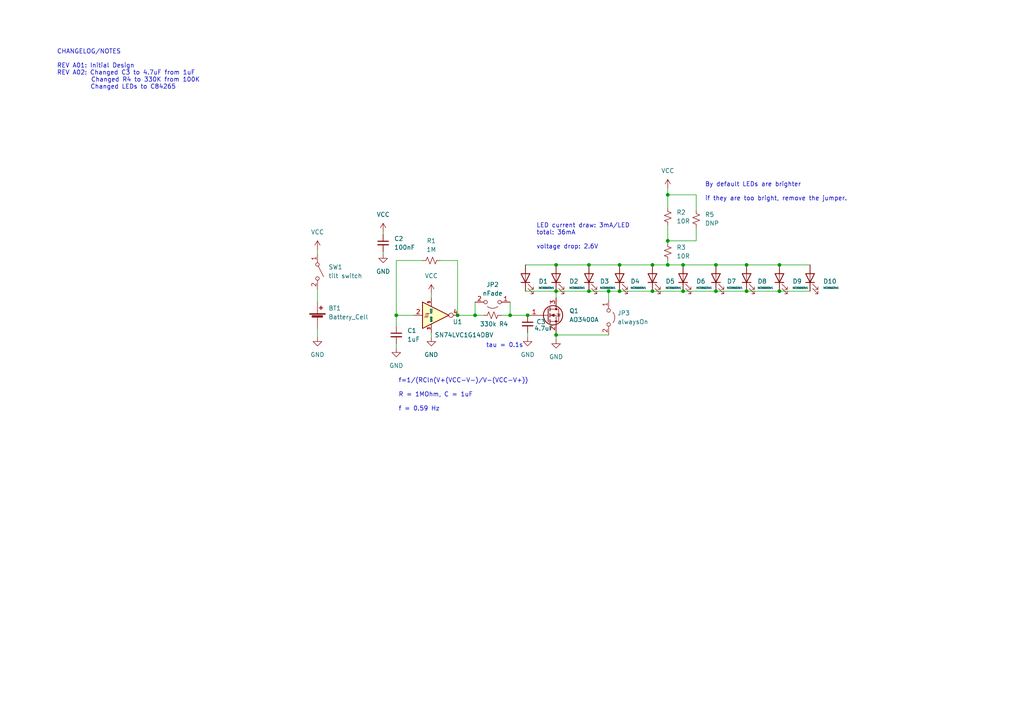
<source format=kicad_sch>
(kicad_sch (version 20211123) (generator eeschema)
  (paper "A4")
  (title_block (title "Main") (rev "A02"))
  (lib_symbols
    (symbol "74xGxx:SN74LVC1G14DBV"
      (property "Reference" "U" (at -2.54 5.08 0))
      (property "Value" "SN74LVC1G14DBV" (at 10.16 5.08 0))
      (symbol "SN74LVC1G14DBV_0_1"
        (polyline (pts (xy -1.016 0.508) (xy -0.508 0.508)))
        (polyline (pts (xy -2.54 3.81) (xy -2.54 -3.81) (xy 5.08 0) (xy -2.54 3.81)) (stroke (width 0.254)) (fill (type background)))
        (polyline (pts (xy -1.524 -0.508) (xy -1.524 0.508) (xy -1.016 0.508) (xy -1.016 -0.508) (xy -2.032 -0.508)))
        (circle (center 5.715 0) (radius 0.635))
      )
      (symbol "SN74LVC1G14DBV_1_1"
        (pin no_connect line (at 5.08 0 180) (length 2.54) hide (name "NC") (number "1"))
        (pin input line (at -5.08 0 0) (length 2.54) (name "~") (number "2"))
        (pin power_in line (at 0 -5.08 90) (length 2.54) (name "GND") (number "3"))
        (pin output line (at 7.62 0 180) (length 1.27) (name "~") (number "4"))
        (pin power_in line (at 0 5.08 270) (length 2.54) (name "VCC") (number "5"))
      )
    )
    (symbol "Device:Battery_Cell" (pin_numbers hide) (pin_names (offset 0) hide)
      (property "Reference" "BT" (at 2.54 2.54 0))
      (property "Value" "Battery_Cell" (at 2.54 0 0))
      (symbol "Battery_Cell_0_1"
        (rectangle (start -2.286 1.778) (end 2.286 1.524) (fill (type outline)))
        (rectangle (start -1.5748 1.1938) (end 1.4732 0.6858) (fill (type outline)))
        (polyline (pts (xy 0 0.762) (xy 0 0)))
        (polyline (pts (xy 0 1.778) (xy 0 2.54)))
        (polyline (pts (xy 0.508 3.429) (xy 1.524 3.429)) (stroke (width 0.254)))
        (polyline (pts (xy 1.016 3.937) (xy 1.016 2.921)) (stroke (width 0.254)))
      )
      (symbol "Battery_Cell_1_1"
        (pin passive line (at 0 5.08 270) (length 2.54) (name "+") (number "1"))
        (pin passive line (at 0 -2.54 90) (length 2.54) (name "-") (number "2"))
      )
    )
    (symbol "Device:C_Small" (pin_numbers hide) (pin_names (offset 0.254) hide)
      (property "Reference" "C" (at 0.254 1.778 0))
      (property "Value" "C_Small" (at 0.254 -2.032 0))
      (symbol "C_Small_0_1"
        (polyline (pts (xy -1.524 -0.508) (xy 1.524 -0.508)) (stroke (width 0.3302)))
        (polyline (pts (xy -1.524 0.508) (xy 1.524 0.508)) (stroke (width 0.3048)))
      )
      (symbol "C_Small_1_1"
        (pin passive line (at 0 2.54 270) (length 2.032) (name "~") (number "1"))
        (pin passive line (at 0 -2.54 90) (length 2.032) (name "~") (number "2"))
      )
    )
    (symbol "Device:LED" (pin_numbers hide) (pin_names (offset 1.016) hide)
      (property "Reference" "D" (at 0 2.54 0))
      (property "Value" "LED" (at 0 -2.54 0))
      (symbol "LED_0_1"
        (polyline (pts (xy -1.27 -1.27) (xy -1.27 1.27)) (stroke (width 0.254)))
        (polyline (pts (xy -1.27 0) (xy 1.27 0)))
        (polyline (pts (xy 1.27 -1.27) (xy 1.27 1.27) (xy -1.27 0) (xy 1.27 -1.27)) (stroke (width 0.254)))
        (polyline (pts (xy -3.048 -0.762) (xy -4.572 -2.286) (xy -3.81 -2.286) (xy -4.572 -2.286) (xy -4.572 -1.524)))
        (polyline (pts (xy -1.778 -0.762) (xy -3.302 -2.286) (xy -2.54 -2.286) (xy -3.302 -2.286) (xy -3.302 -1.524)))
      )
      (symbol "LED_1_1"
        (pin passive line (at -3.81 0 0) (length 2.54) (name "K") (number "1"))
        (pin passive line (at 3.81 0 180) (length 2.54) (name "A") (number "2"))
      )
    )
    (symbol "Device:R_Small_US" (pin_numbers hide) (pin_names (offset 0.254) hide)
      (property "Reference" "R" (at 0.762 0.508 0))
      (property "Value" "R_Small_US" (at 0.762 -1.016 0))
      (symbol "R_Small_US_1_1"
        (polyline (pts (xy 0 0) (xy 1.016 -0.381) (xy 0 -0.762) (xy -1.016 -1.143) (xy 0 -1.524)))
        (polyline (pts (xy 0 1.524) (xy 1.016 1.143) (xy 0 0.762) (xy -1.016 0.381) (xy 0 0)))
        (pin passive line (at 0 2.54 270) (length 1.016) (name "~") (number "1"))
        (pin passive line (at 0 -2.54 90) (length 1.016) (name "~") (number "2"))
      )
    )
    (symbol "Jumper:Jumper_2_Open" (pin_names (offset 0) hide)
      (property "Reference" "JP" (at 0 2.794 0))
      (property "Value" "Jumper_2_Open" (at 0 -2.286 0))
      (symbol "Jumper_2_Open_0_0"
        (circle (center -2.032 0) (radius 0.508))
        (circle (center 2.032 0) (radius 0.508))
      )
      (symbol "Jumper_2_Open_0_1"
        (arc (start 1.524 1.27) (mid 0 1.778) (end -1.524 1.27))
      )
      (symbol "Jumper_2_Open_1_1"
        (pin passive line (at -5.08 0 0) (length 2.54) (name "A") (number "1"))
        (pin passive line (at 5.08 0 180) (length 2.54) (name "B") (number "2"))
      )
    )
    (symbol "Switch:SW_SPST" (pin_names (offset 0) hide)
      (property "Reference" "SW" (at 0 3.175 0))
      (property "Value" "SW_SPST" (at 0 -2.54 0))
      (symbol "SW_SPST_0_0"
        (circle (center -2.032 0) (radius 0.508))
        (polyline (pts (xy -1.524 0.254) (xy 1.524 1.778)))
        (circle (center 2.032 0) (radius 0.508))
      )
      (symbol "SW_SPST_1_1"
        (pin passive line (at -5.08 0 0) (length 2.54) (name "A") (number "1"))
        (pin passive line (at 5.08 0 180) (length 2.54) (name "B") (number "2"))
      )
    )
    (symbol "Transistor_FET:AO3400A" (pin_names hide)
      (property "Reference" "Q" (at 5.08 1.905 0))
      (property "Value" "AO3400A" (at 5.08 0 0))
      (symbol "AO3400A_0_1"
        (polyline (pts (xy 0.254 0) (xy -2.54 0)))
        (polyline (pts (xy 0.254 1.905) (xy 0.254 -1.905)) (stroke (width 0.254)))
        (polyline (pts (xy 0.762 -1.27) (xy 0.762 -2.286)) (stroke (width 0.254)))
        (polyline (pts (xy 0.762 0.508) (xy 0.762 -0.508)) (stroke (width 0.254)))
        (polyline (pts (xy 0.762 2.286) (xy 0.762 1.27)) (stroke (width 0.254)))
        (polyline (pts (xy 2.54 2.54) (xy 2.54 1.778)))
        (polyline (pts (xy 2.54 -2.54) (xy 2.54 0) (xy 0.762 0)))
        (polyline (pts (xy 0.762 -1.778) (xy 3.302 -1.778) (xy 3.302 1.778) (xy 0.762 1.778)))
        (polyline (pts (xy 1.016 0) (xy 2.032 0.381) (xy 2.032 -0.381) (xy 1.016 0)) (fill (type outline)))
        (polyline (pts (xy 2.794 0.508) (xy 2.921 0.381) (xy 3.683 0.381) (xy 3.81 0.254)))
        (polyline (pts (xy 3.302 0.381) (xy 2.921 -0.254) (xy 3.683 -0.254) (xy 3.302 0.381)))
        (circle (center 1.651 0) (radius 2.794) (stroke (width 0.254)))
        (circle (center 2.54 -1.778) (radius 0.254) (fill (type outline)))
        (circle (center 2.54 1.778) (radius 0.254) (fill (type outline)))
      )
      (symbol "AO3400A_1_1"
        (pin input line (at -5.08 0 0) (length 2.54) (name "G") (number "1"))
        (pin passive line (at 2.54 -5.08 90) (length 2.54) (name "S") (number "2"))
        (pin passive line (at 2.54 5.08 270) (length 2.54) (name "D") (number "3"))
      )
    )
    (symbol "power:GND" (power) (pin_names (offset 0))
      (property "Value" "GND" (at 0 -3.81 0))
      (symbol "GND_0_1"
        (polyline (pts (xy 0 0) (xy 0 -1.27) (xy 1.27 -1.27) (xy 0 -2.54) (xy -1.27 -1.27) (xy 0 -1.27)))
      )
      (symbol "GND_1_1"
        (pin power_in line (at 0 0 270) (length 0) hide (name "GND") (number "1"))
      )
    )
    (symbol "power:VCC" (power) (pin_names (offset 0))
      (property "Value" "VCC" (at 0 3.81 0))
      (symbol "VCC_0_1"
        (polyline (pts (xy -0.762 1.27) (xy 0 2.54)))
        (polyline (pts (xy 0 0) (xy 0 2.54)))
        (polyline (pts (xy 0 2.54) (xy 0.762 1.27)))
      )
      (symbol "VCC_1_1"
        (pin power_in line (at 0 0 90) (length 0) hide (name "VCC") (number "1"))
      )
    )
  )
  (junction (at 193.675 76.835))
  (junction (at 153.035 91.44))
  (junction (at 226.06 76.835))
  (junction (at 161.29 97.155))
  (junction (at 132.715 91.44))
  (junction (at 207.645 84.455))
  (junction (at 189.23 84.455))
  (junction (at 161.29 76.835))
  (junction (at 161.29 84.455))
  (junction (at 176.53 84.455))
  (junction (at 179.705 84.455))
  (junction (at 147.955 91.44))
  (junction (at 137.795 91.44))
  (junction (at 198.12 76.835))
  (junction (at 226.06 84.455))
  (junction (at 207.645 76.835))
  (junction (at 216.535 84.455))
  (junction (at 170.815 76.835))
  (junction (at 216.535 76.835))
  (junction (at 198.12 84.455))
  (junction (at 170.815 84.455))
  (junction (at 189.23 76.835))
  (junction (at 193.675 56.515))
  (junction (at 114.935 91.44))
  (junction (at 179.705 76.835))
  (junction (at 193.675 69.85))
  (wire (pts (xy 207.645 76.835) (xy 216.535 76.835)))
  (wire (pts (xy 193.675 54.61) (xy 193.675 56.515)))
  (wire (pts (xy 161.29 97.155) (xy 161.29 96.52)))
  (wire (pts (xy 170.815 76.835) (xy 179.705 76.835)))
  (wire (pts (xy 176.53 84.455) (xy 179.705 84.455)))
  (wire (pts (xy 92.075 83.82) (xy 92.075 87.63)))
  (wire (pts (xy 132.715 75.565) (xy 132.715 91.44)))
  (wire (pts (xy 161.29 76.835) (xy 170.815 76.835)))
  (wire (pts (xy 207.645 84.455) (xy 216.535 84.455)))
  (wire (pts (xy 92.075 72.39) (xy 92.075 73.66)))
  (wire (pts (xy 132.715 91.44) (xy 137.795 91.44)))
  (wire (pts (xy 114.935 99.695) (xy 114.935 100.965)))
  (wire (pts (xy 147.955 91.44) (xy 153.035 91.44)))
  (wire (pts (xy 189.23 84.455) (xy 198.12 84.455)))
  (wire (pts (xy 179.705 84.455) (xy 189.23 84.455)))
  (wire (pts (xy 137.795 87.63) (xy 137.795 91.44)))
  (wire (pts (xy 193.675 65.405) (xy 193.675 69.85)))
  (wire (pts (xy 152.4 76.835) (xy 161.29 76.835)))
  (wire (pts (xy 161.29 98.425) (xy 161.29 97.155)))
  (wire (pts (xy 161.29 84.455) (xy 161.29 86.36)))
  (wire (pts (xy 161.29 97.155) (xy 176.53 97.155)))
  (wire (pts (xy 114.935 91.44) (xy 114.935 94.615)))
  (wire (pts (xy 125.095 85.09) (xy 125.095 86.36)))
  (wire (pts (xy 201.93 56.515) (xy 193.675 56.515)))
  (wire (pts (xy 153.035 96.52) (xy 153.035 97.79)))
  (wire (pts (xy 198.12 76.835) (xy 207.645 76.835)))
  (wire (pts (xy 145.415 91.44) (xy 147.955 91.44)))
  (wire (pts (xy 152.4 84.455) (xy 161.29 84.455)))
  (wire (pts (xy 201.93 66.04) (xy 201.93 69.85)))
  (wire (pts (xy 216.535 84.455) (xy 226.06 84.455)))
  (wire (pts (xy 216.535 76.835) (xy 226.06 76.835)))
  (wire (pts (xy 176.53 84.455) (xy 176.53 86.995)))
  (wire (pts (xy 179.705 76.835) (xy 189.23 76.835)))
  (wire (pts (xy 226.06 76.835) (xy 234.95 76.835)))
  (wire (pts (xy 193.675 76.835) (xy 198.12 76.835)))
  (wire (pts (xy 161.29 84.455) (xy 170.815 84.455)))
  (wire (pts (xy 114.935 75.565) (xy 114.935 91.44)))
  (wire (pts (xy 111.125 73.66) (xy 111.125 73.025)))
  (wire (pts (xy 193.675 69.85) (xy 193.675 70.485)))
  (wire (pts (xy 122.555 75.565) (xy 114.935 75.565)))
  (wire (pts (xy 193.675 56.515) (xy 193.675 60.325)))
  (wire (pts (xy 226.06 84.455) (xy 234.95 84.455)))
  (wire (pts (xy 120.015 91.44) (xy 114.935 91.44)))
  (wire (pts (xy 137.795 91.44) (xy 140.335 91.44)))
  (wire (pts (xy 111.125 67.31) (xy 111.125 67.945)))
  (wire (pts (xy 92.075 95.25) (xy 92.075 97.79)))
  (wire (pts (xy 125.095 96.52) (xy 125.095 97.79)))
  (wire (pts (xy 189.23 76.835) (xy 193.675 76.835)))
  (wire (pts (xy 127.635 75.565) (xy 132.715 75.565)))
  (wire (pts (xy 193.675 75.565) (xy 193.675 76.835)))
  (wire (pts (xy 201.93 69.85) (xy 193.675 69.85)))
  (wire (pts (xy 153.035 91.44) (xy 153.67 91.44)))
  (wire (pts (xy 147.955 87.63) (xy 147.955 91.44)))
  (wire (pts (xy 198.12 84.455) (xy 207.645 84.455)))
  (wire (pts (xy 201.93 56.515) (xy 201.93 60.96)))
  (wire (pts (xy 170.815 84.455) (xy 176.53 84.455)))
  (text "tau = 0.1s\n" (at 140.97 100.965 0) (effects (font (size 1.27 1.27)) (justify left bottom)))
  (text "By default LEDs are brighter\n\nif they are too bright, remove the jumper." (at 204.47 58.42 0) (effects (font (size 1.27 1.27)) (justify left bottom)))
  (text "LED current draw: 3mA/LED\ntotal: 36mA\n\nvoltage drop: 2.6V" (at 155.575 72.39 0) (effects (font (size 1.27 1.27)) (justify left bottom)))
  (text "f=1/(RCln(V+(VCC-V-)/V-(VCC-V+))\n\nR = 1MOhm, C = 1uF\n\nf = 0.59 Hz" (at 115.57 119.38 0) (effects (font (size 1.27 1.27)) (justify left bottom)))
  (text "CHANGELOG/NOTES\n\nREV A01: Initial Design\nREV A02: Changed C3 to 4.7uF from 1uF\n		Changed R4 to 330K from 100K\n          Changed LEDs to C84265" (at 16.51 26.035 0) (effects (font (size 1.27 1.27)) (justify left bottom)))
  (symbol (lib_id "Device:LED") (at 152.4 80.645 90) (unit 1)
    (property "Reference" "D1" (at 156.21 81.5974 90) (effects (justify right)))
    (property "Value" "NCD0603W1" (at 156.21 83.5025 90) (effects (font (size 0.5 0.5)) (justify right)))
    (property "Footprint" "LED_SMD:LED_0603_1608Metric" (effects hide))
    (property "LCSC" "C84265" (effects hide))
  )
  (symbol (lib_id "power:VCC") (at 111.125 67.31 0) (unit 1)
    (property "Reference" "#PWR0109" (effects hide))
    (property "Value" "VCC" (at 111.125 62.23 0))
  )
  (symbol (lib_id "Device:LED") (at 226.06 80.645 90) (unit 1)
    (property "Reference" "D9" (at 229.87 81.5974 90) (effects (justify right)))
    (property "Value" "NCD0603W1" (at 229.87 83.5025 90) (effects (font (size 0.5 0.5)) (justify right)))
    (property "Footprint" "LED_SMD:LED_0603_1608Metric" (effects hide))
    (property "LCSC" "C84265" (effects hide))
  )
  (symbol (lib_id "Transistor_FET:AO3400A") (at 158.75 91.44 0) (unit 1)
    (property "Reference" "Q1" (at 165.1 90.1699 0) (effects (justify left)))
    (property "Value" "AO3400A" (at 165.1 92.7099 0) (effects (justify left)))
    (property "Footprint" "Package_TO_SOT_SMD:SOT-23" (effects hide))
    (property "Datasheet" "http://www.aosmd.com/pdfs/datasheet/AO3400A.pdf" (effects hide))
    (property "LCSC" "C347475" (effects hide))
  )
  (symbol (lib_id "power:VCC") (at 125.095 85.09 0) (unit 1)
    (property "Reference" "#PWR0103" (effects hide))
    (property "Value" "VCC" (at 125.095 80.01 0))
  )
  (symbol (lib_id "Device:R_Small_US") (at 201.93 63.5 0) (unit 1)
    (property "Reference" "R5" (at 204.47 62.2299 0) (effects (justify left)))
    (property "Value" "DNP" (at 204.47 64.7699 0) (effects (justify left)))
    (property "Footprint" "Resistor_SMD:R_0603_1608Metric" (effects hide))
  )
  (symbol (lib_id "Jumper:Jumper_2_Open") (at 142.875 87.63 180) (unit 1)
    (property "Reference" "JP2" (at 142.875 82.55 0))
    (property "Value" "nFade" (at 142.875 85.09 0))
    (property "Footprint" "Jumper:SolderJumper-2_P1.3mm_Open_TrianglePad1.0x1.5mm" (effects hide))
  )
  (symbol (lib_id "Device:R_Small_US") (at 193.675 62.865 0) (unit 1)
    (property "Reference" "R2" (at 196.215 61.5949 0) (effects (justify left)))
    (property "Value" "10R" (at 196.215 64.1349 0) (effects (justify left)))
    (property "Footprint" "Resistor_SMD:R_0603_1608Metric" (effects hide))
    (property "LCSC" "C25077" (effects hide))
  )
  (symbol (lib_id "Device:LED") (at 170.815 80.645 90) (unit 1)
    (property "Reference" "D3" (at 173.99 81.5974 90) (effects (justify right)))
    (property "Value" "NCD0603W1" (at 173.99 83.5025 90) (effects (font (size 0.5 0.5)) (justify right)))
    (property "Footprint" "LED_SMD:LED_0603_1608Metric" (effects hide))
    (property "LCSC" "C84265" (effects hide))
  )
  (symbol (lib_id "Device:LED") (at 234.95 80.645 90) (unit 1)
    (property "Reference" "D10" (at 238.76 81.5974 90) (effects (justify right)))
    (property "Value" "NCD0603W1" (at 238.76 83.5025 90) (effects (font (size 0.5 0.5)) (justify right)))
    (property "Footprint" "LED_SMD:LED_0603_1608Metric" (effects hide))
    (property "LCSC" "C84265" (effects hide))
  )
  (symbol (lib_id "power:GND") (at 153.035 97.79 0) (unit 1)
    (property "Reference" "#PWR0108" (effects hide))
    (property "Value" "GND" (at 153.035 102.87 0))
  )
  (symbol (lib_id "power:VCC") (at 92.075 72.39 0) (unit 1)
    (property "Reference" "#PWR0101" (effects hide))
    (property "Value" "VCC" (at 92.075 67.31 0))
  )
  (symbol (lib_id "power:GND") (at 114.935 100.965 0) (unit 1)
    (property "Reference" "#PWR0104" (effects hide))
    (property "Value" "GND" (at 114.935 106.045 0))
  )
  (symbol (lib_id "Device:C_Small") (at 153.035 93.98 0) (unit 1)
    (property "Reference" "C3" (at 155.575 93.345 0) (effects (justify left)))
    (property "Value" "4.7uF" (at 154.94 95.25 0) (effects (justify left)))
    (property "Footprint" "Capacitor_SMD:C_0402_1005Metric" (effects hide))
    (property "LCSC" "C23733" (effects hide))
  )
  (symbol (lib_id "power:GND") (at 161.29 98.425 0) (unit 1)
    (property "Reference" "#PWR0106" (effects hide))
    (property "Value" "GND" (at 161.29 103.505 0))
  )
  (symbol (lib_id "Device:R_Small_US") (at 142.875 91.44 90) (unit 1)
    (property "Reference" "R4" (at 146.05 93.98 90))
    (property "Value" "330k" (at 141.605 93.98 90))
    (property "Footprint" "Resistor_SMD:R_0402_1005Metric" (effects hide))
    (property "LCSC" "C25778" (effects hide))
  )
  (symbol (lib_id "power:GND") (at 111.125 73.66 0) (unit 1)
    (property "Reference" "#PWR0110" (effects hide))
    (property "Value" "GND" (at 111.125 78.74 0))
  )
  (symbol (lib_id "Device:LED") (at 189.23 80.645 90) (unit 1)
    (property "Reference" "D5" (at 193.04 81.5974 90) (effects (justify right)))
    (property "Value" "NCD0603W1" (at 193.04 83.5025 90) (effects (font (size 0.5 0.5)) (justify right)))
    (property "Footprint" "LED_SMD:LED_0603_1608Metric" (effects hide))
    (property "LCSC" "C84265" (effects hide))
  )
  (symbol (lib_id "Device:Battery_Cell") (at 92.075 92.71 0) (unit 1)
    (property "Reference" "BT1" (at 95.25 89.4079 0) (effects (justify left)))
    (property "Value" "Battery_Cell" (at 95.25 91.9479 0) (effects (justify left)))
    (property "Footprint" "Battery:BatteryHolder_Keystone_3002_1x2032" (effects hide))
    (property "Datasheet" "https://datasheet.lcsc.com/lcsc/2012181809_MYOUNG-MY-2032-05_C964829.pdf" (effects hide))
  )
  (symbol (lib_id "Device:LED") (at 207.645 80.645 90) (unit 1)
    (property "Reference" "D7" (at 210.82 81.5974 90) (effects (justify right)))
    (property "Value" "NCD0603W1" (at 210.82 83.5025 90) (effects (font (size 0.5 0.5)) (justify right)))
    (property "Footprint" "LED_SMD:LED_0603_1608Metric" (effects hide))
    (property "LCSC" "C84265" (effects hide))
  )
  (symbol (lib_id "Device:R_Small_US") (at 125.095 75.565 90) (unit 1)
    (property "Reference" "R1" (at 125.095 69.85 90))
    (property "Value" "1M" (at 125.095 72.39 90))
    (property "Footprint" "Resistor_SMD:R_0402_1005Metric" (effects hide))
    (property "LCSC" "C26083" (effects hide))
  )
  (symbol (lib_id "Switch:SW_SPST") (at 92.075 78.74 270) (unit 1)
    (property "Reference" "SW1" (at 95.25 77.4699 90) (effects (justify left)))
    (property "Value" "tilt switch" (at 95.25 80.0099 90) (effects (justify left)))
    (property "Footprint" "Capacitor_THT:C_Radial_D6.3mm_H5.0mm_P2.50mm" (effects hide))
    (property "Datasheet" "https://datasheet.lcsc.com/lcsc/2110191530_XKB-Connectivity-SW-520DS-AB12G_C2905288.pdf" (effects hide))
  )
  (symbol (lib_id "Device:LED") (at 179.705 80.645 90) (unit 1)
    (property "Reference" "D4" (at 182.88 81.5974 90) (effects (justify right)))
    (property "Value" "NCD0603W1" (at 182.88 83.5025 90) (effects (font (size 0.5 0.5)) (justify right)))
    (property "Footprint" "LED_SMD:LED_0603_1608Metric" (effects hide))
    (property "LCSC" "C84265" (effects hide))
  )
  (symbol (lib_id "power:GND") (at 92.075 97.79 0) (unit 1)
    (property "Reference" "#PWR0102" (effects hide))
    (property "Value" "GND" (at 92.075 102.87 0))
  )
  (symbol (lib_id "power:GND") (at 125.095 97.79 0) (unit 1)
    (property "Reference" "#PWR0105" (effects hide))
    (property "Value" "GND" (at 125.095 102.87 0))
  )
  (symbol (lib_id "Device:C_Small") (at 114.935 97.155 0) (unit 1)
    (property "Reference" "C1" (at 118.11 95.8912 0) (effects (justify left)))
    (property "Value" "1uF" (at 118.11 98.4312 0) (effects (justify left)))
    (property "Footprint" "Capacitor_SMD:C_0402_1005Metric" (effects hide))
    (property "LCSC" "C52923" (effects hide))
  )
  (symbol (lib_id "Device:C_Small") (at 111.125 70.485 0) (unit 1)
    (property "Reference" "C2" (at 114.3 69.2212 0) (effects (justify left)))
    (property "Value" "100nF" (at 114.3 71.7612 0) (effects (justify left)))
    (property "Footprint" "Capacitor_SMD:C_0402_1005Metric" (effects hide))
    (property "LCSC" "C1525" (effects hide))
  )
  (symbol (lib_id "Device:LED") (at 216.535 80.645 90) (unit 1)
    (property "Reference" "D8" (at 219.71 81.5974 90) (effects (justify right)))
    (property "Value" "NCD0603W1" (at 219.71 83.5025 90) (effects (font (size 0.5 0.5)) (justify right)))
    (property "Footprint" "LED_SMD:LED_0603_1608Metric" (effects hide))
    (property "LCSC" "C84265" (effects hide))
  )
  (symbol (lib_id "74xGxx:SN74LVC1G14DBV") (at 125.095 91.44 0) (unit 1)
    (property "Reference" "U1" (at 132.715 93.345 0))
    (property "Value" "SN74LVC1G14DBV" (at 134.62 97.155 0))
    (property "Footprint" "Package_TO_SOT_SMD:SOT-23-5" (effects hide))
    (property "Datasheet" "https://datasheet.lcsc.com/lcsc/2208221001_UMW-Youtai-Semiconductor-Co---Ltd--SN74LVC1G14DBVR_C434069.pdf" (effects hide))
    (property "LCSC" "C434069" (effects hide))
  )
  (symbol (lib_id "Device:LED") (at 198.12 80.645 90) (unit 1)
    (property "Reference" "D6" (at 201.93 81.5974 90) (effects (justify right)))
    (property "Value" "NCD0603W1" (at 201.93 83.5025 90) (effects (font (size 0.5 0.5)) (justify right)))
    (property "Footprint" "LED_SMD:LED_0603_1608Metric" (effects hide))
    (property "LCSC" "C84265" (effects hide))
  )
  (symbol (lib_id "power:VCC") (at 193.675 54.61 0) (unit 1)
    (property "Reference" "#PWR0107" (effects hide))
    (property "Value" "VCC" (at 193.675 49.53 0))
  )
  (symbol (lib_id "Device:LED") (at 161.29 80.645 90) (unit 1)
    (property "Reference" "D2" (at 165.1 81.5974 90) (effects (justify right)))
    (property "Value" "NCD0603W1" (at 165.1 83.5025 90) (effects (font (size 0.5 0.5)) (justify right)))
    (property "Footprint" "LED_SMD:LED_0603_1608Metric" (effects hide))
    (property "LCSC" "C84265" (effects hide))
  )
  (symbol (lib_id "Jumper:Jumper_2_Open") (at 176.53 92.075 270) (unit 1)
    (property "Reference" "JP3" (at 179.07 90.8049 90) (effects (justify left)))
    (property "Value" "alwaysOn" (at 179.07 93.3449 90) (effects (justify left)))
    (property "Footprint" "Jumper:SolderJumper-2_P1.3mm_Open_TrianglePad1.0x1.5mm" (effects hide))
  )
  (symbol (lib_id "Device:R_Small_US") (at 193.675 73.025 0) (unit 1)
    (property "Reference" "R3" (at 196.215 71.7549 0) (effects (justify left)))
    (property "Value" "10R" (at 196.215 74.2949 0) (effects (justify left)))
    (property "Footprint" "Resistor_SMD:R_0603_1608Metric" (effects hide))
    (property "LCSC" "C25077" (effects hide))
  )
)
</source>
